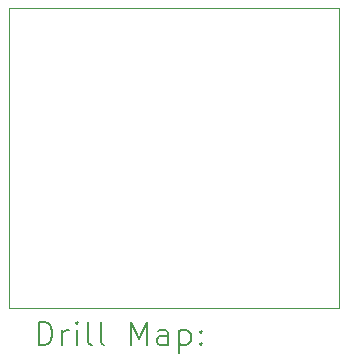
<source format=gbr>
%TF.GenerationSoftware,KiCad,Pcbnew,(6.0.8)*%
%TF.CreationDate,2023-05-10T13:59:26+02:00*%
%TF.ProjectId,02_Batt_Alim,30325f42-6174-4745-9f41-6c696d2e6b69,rev?*%
%TF.SameCoordinates,Original*%
%TF.FileFunction,Drillmap*%
%TF.FilePolarity,Positive*%
%FSLAX45Y45*%
G04 Gerber Fmt 4.5, Leading zero omitted, Abs format (unit mm)*
G04 Created by KiCad (PCBNEW (6.0.8)) date 2023-05-10 13:59:26*
%MOMM*%
%LPD*%
G01*
G04 APERTURE LIST*
%ADD10C,0.050000*%
%ADD11C,0.200000*%
G04 APERTURE END LIST*
D10*
X12954000Y-8763000D02*
X10160000Y-8763000D01*
X10160000Y-6223000D02*
X10160000Y-6477000D01*
X10160000Y-6223000D02*
X12954000Y-6223000D01*
X10160000Y-7493000D02*
X10160000Y-8763000D01*
X10160000Y-7493000D02*
X10160000Y-6477000D01*
X12954000Y-6223000D02*
X12954000Y-8763000D01*
D11*
X10415119Y-9075976D02*
X10415119Y-8875976D01*
X10462738Y-8875976D01*
X10491310Y-8885500D01*
X10510357Y-8904548D01*
X10519881Y-8923595D01*
X10529405Y-8961690D01*
X10529405Y-8990262D01*
X10519881Y-9028357D01*
X10510357Y-9047405D01*
X10491310Y-9066452D01*
X10462738Y-9075976D01*
X10415119Y-9075976D01*
X10615119Y-9075976D02*
X10615119Y-8942643D01*
X10615119Y-8980738D02*
X10624643Y-8961690D01*
X10634167Y-8952167D01*
X10653214Y-8942643D01*
X10672262Y-8942643D01*
X10738929Y-9075976D02*
X10738929Y-8942643D01*
X10738929Y-8875976D02*
X10729405Y-8885500D01*
X10738929Y-8895024D01*
X10748452Y-8885500D01*
X10738929Y-8875976D01*
X10738929Y-8895024D01*
X10862738Y-9075976D02*
X10843690Y-9066452D01*
X10834167Y-9047405D01*
X10834167Y-8875976D01*
X10967500Y-9075976D02*
X10948452Y-9066452D01*
X10938929Y-9047405D01*
X10938929Y-8875976D01*
X11196071Y-9075976D02*
X11196071Y-8875976D01*
X11262738Y-9018833D01*
X11329405Y-8875976D01*
X11329405Y-9075976D01*
X11510357Y-9075976D02*
X11510357Y-8971214D01*
X11500833Y-8952167D01*
X11481786Y-8942643D01*
X11443690Y-8942643D01*
X11424643Y-8952167D01*
X11510357Y-9066452D02*
X11491309Y-9075976D01*
X11443690Y-9075976D01*
X11424643Y-9066452D01*
X11415119Y-9047405D01*
X11415119Y-9028357D01*
X11424643Y-9009310D01*
X11443690Y-8999786D01*
X11491309Y-8999786D01*
X11510357Y-8990262D01*
X11605595Y-8942643D02*
X11605595Y-9142643D01*
X11605595Y-8952167D02*
X11624643Y-8942643D01*
X11662738Y-8942643D01*
X11681786Y-8952167D01*
X11691309Y-8961690D01*
X11700833Y-8980738D01*
X11700833Y-9037881D01*
X11691309Y-9056929D01*
X11681786Y-9066452D01*
X11662738Y-9075976D01*
X11624643Y-9075976D01*
X11605595Y-9066452D01*
X11786548Y-9056929D02*
X11796071Y-9066452D01*
X11786548Y-9075976D01*
X11777024Y-9066452D01*
X11786548Y-9056929D01*
X11786548Y-9075976D01*
X11786548Y-8952167D02*
X11796071Y-8961690D01*
X11786548Y-8971214D01*
X11777024Y-8961690D01*
X11786548Y-8952167D01*
X11786548Y-8971214D01*
M02*

</source>
